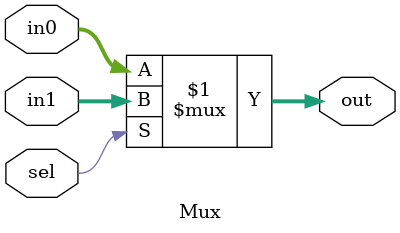
<source format=v>
module Mux(
    input [31:0] in0, in1,
    input sel,
    output [31:0] out
    );
    
    assign out = sel ? in1 : in0 ;
    
endmodule

</source>
